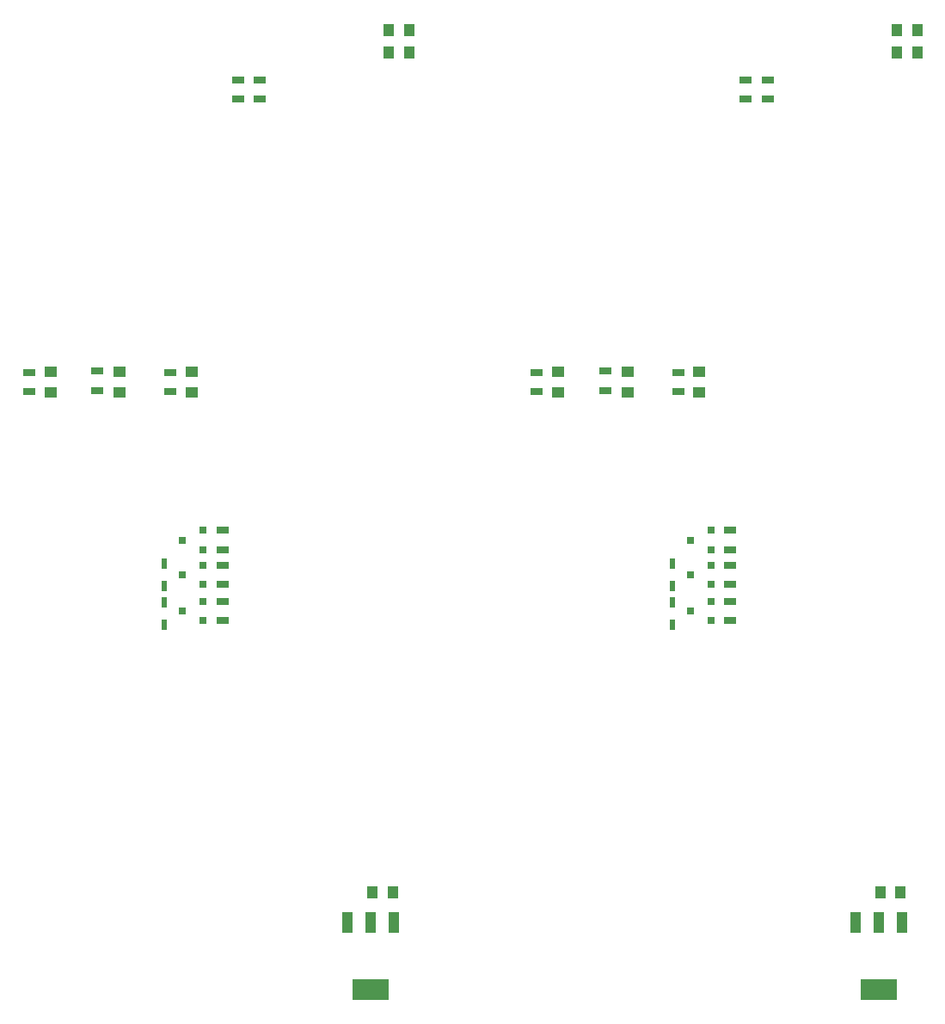
<source format=gtp>
G04 #@! TF.FileFunction,Paste,Top*
%FSLAX46Y46*%
G04 Gerber Fmt 4.6, Leading zero omitted, Abs format (unit mm)*
G04 Created by KiCad (PCBNEW 4.0.2-stable) date 11/29/2017 9:56:25 PM*
%MOMM*%
G01*
G04 APERTURE LIST*
%ADD10C,0.100000*%
%ADD11R,0.599440X1.000760*%
%ADD12R,0.800100X0.800100*%
%ADD13R,1.300000X0.700000*%
%ADD14R,1.250000X1.000000*%
%ADD15R,3.657600X2.032000*%
%ADD16R,1.016000X2.032000*%
%ADD17R,1.000000X1.250000*%
G04 APERTURE END LIST*
D10*
D11*
X142329000Y-100500180D03*
X142329000Y-102699820D03*
D12*
X146123760Y-95311000D03*
X146123760Y-93411000D03*
X144124780Y-94361000D03*
D11*
X142329000Y-96690180D03*
X142329000Y-98889820D03*
D13*
X135700000Y-79650000D03*
X135700000Y-77750000D03*
X129000000Y-79750000D03*
X129000000Y-77850000D03*
D14*
X131100000Y-79800000D03*
X131100000Y-77800000D03*
D15*
X162649000Y-138557000D03*
D16*
X162649000Y-131953000D03*
X160363000Y-131953000D03*
X164935000Y-131953000D03*
D17*
X162792000Y-129032000D03*
X164792000Y-129032000D03*
D13*
X148044000Y-95311000D03*
X148044000Y-93411000D03*
X148044000Y-98740000D03*
X148044000Y-96840000D03*
X148044000Y-102296000D03*
X148044000Y-100396000D03*
D12*
X146123760Y-98740000D03*
X146123760Y-96840000D03*
X144124780Y-97790000D03*
X146123760Y-102296000D03*
X146123760Y-100396000D03*
X144124780Y-101346000D03*
D13*
X149568000Y-50988000D03*
X149568000Y-49088000D03*
D17*
X164443000Y-46355000D03*
X166443000Y-46355000D03*
X164443000Y-44196000D03*
X166443000Y-44196000D03*
D13*
X151727000Y-50988000D03*
X151727000Y-49088000D03*
X142900000Y-79750000D03*
X142900000Y-77850000D03*
D14*
X137900000Y-79800000D03*
X137900000Y-77800000D03*
X145000000Y-79800000D03*
X145000000Y-77800000D03*
D17*
X114443000Y-44196000D03*
X116443000Y-44196000D03*
X114443000Y-46355000D03*
X116443000Y-46355000D03*
D14*
X81100000Y-79800000D03*
X81100000Y-77800000D03*
X87900000Y-79800000D03*
X87900000Y-77800000D03*
X95000000Y-79800000D03*
X95000000Y-77800000D03*
D12*
X96123760Y-102296000D03*
X96123760Y-100396000D03*
X94124780Y-101346000D03*
X96123760Y-98740000D03*
X96123760Y-96840000D03*
X94124780Y-97790000D03*
X96123760Y-95311000D03*
X96123760Y-93411000D03*
X94124780Y-94361000D03*
D13*
X99568000Y-50988000D03*
X99568000Y-49088000D03*
X101727000Y-50988000D03*
X101727000Y-49088000D03*
X79000000Y-79750000D03*
X79000000Y-77850000D03*
X85700000Y-79650000D03*
X85700000Y-77750000D03*
X92900000Y-79750000D03*
X92900000Y-77850000D03*
X98044000Y-102296000D03*
X98044000Y-100396000D03*
X98044000Y-98740000D03*
X98044000Y-96840000D03*
X98044000Y-95311000D03*
X98044000Y-93411000D03*
D17*
X112792000Y-129032000D03*
X114792000Y-129032000D03*
D15*
X112649000Y-138557000D03*
D16*
X112649000Y-131953000D03*
X110363000Y-131953000D03*
X114935000Y-131953000D03*
D11*
X92329000Y-96690180D03*
X92329000Y-98889820D03*
X92329000Y-100500180D03*
X92329000Y-102699820D03*
M02*

</source>
